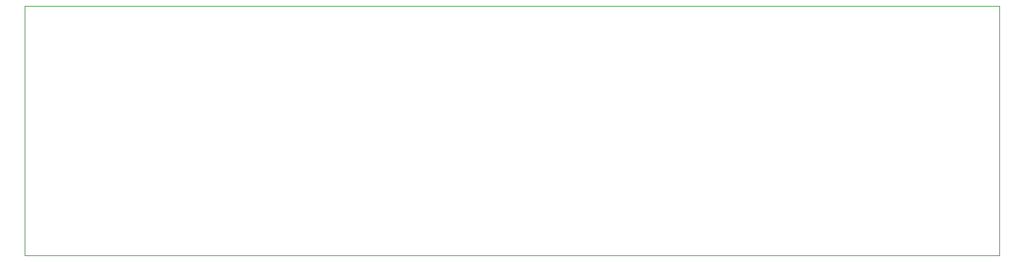
<source format=gbr>
%TF.GenerationSoftware,KiCad,Pcbnew,(5.1.9)-1*%
%TF.CreationDate,2021-11-26T10:49:09-06:00*%
%TF.ProjectId,Tri-Color-Panel,5472692d-436f-46c6-9f72-2d50616e656c,rev?*%
%TF.SameCoordinates,Original*%
%TF.FileFunction,Profile,NP*%
%FSLAX46Y46*%
G04 Gerber Fmt 4.6, Leading zero omitted, Abs format (unit mm)*
G04 Created by KiCad (PCBNEW (5.1.9)-1) date 2021-11-26 10:49:09*
%MOMM*%
%LPD*%
G01*
G04 APERTURE LIST*
%TA.AperFunction,Profile*%
%ADD10C,0.050000*%
%TD*%
G04 APERTURE END LIST*
D10*
X81915000Y-107950000D02*
X81915000Y-76200000D01*
X205740000Y-107950000D02*
X81915000Y-107950000D01*
X205740000Y-76200000D02*
X205740000Y-107950000D01*
X81915000Y-76200000D02*
X205740000Y-76200000D01*
M02*

</source>
